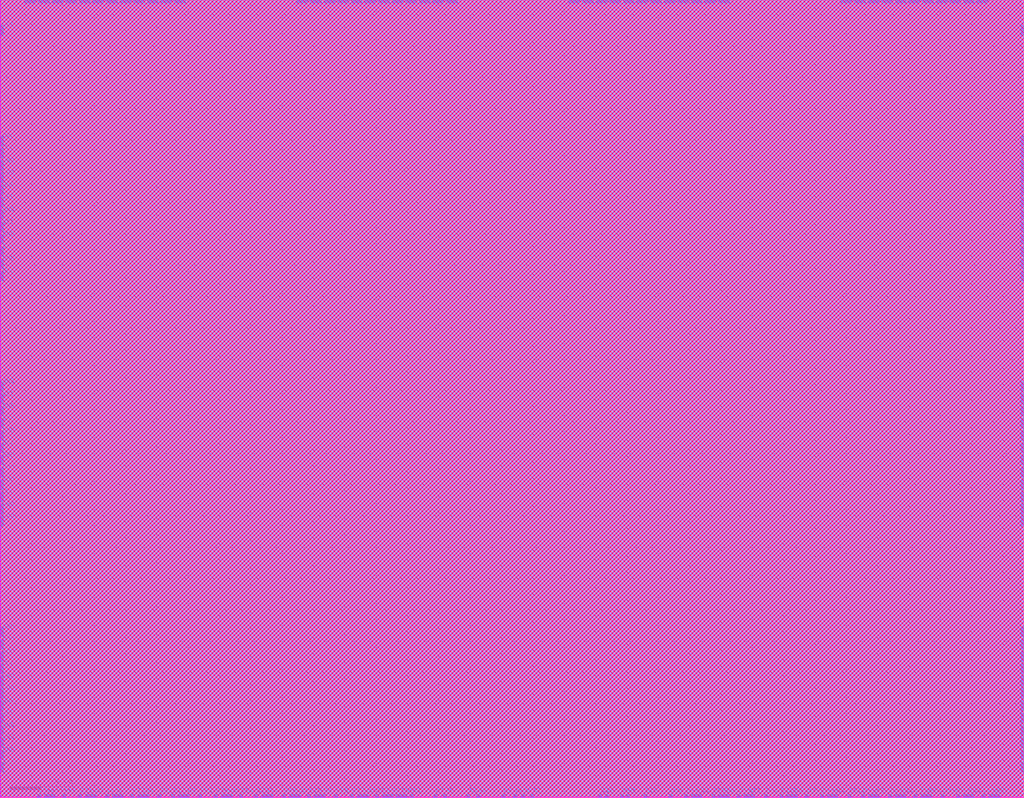
<source format=lef>
# 
#              Synchronous High Speed Single Port SRAM Compiler 
# 
#                    UMC 0.18um GenericII Logic Process
#    __________________________________________________________________________
# 
# 
#      (C) Copyright 2002-2009 Faraday Technology Corp. All Rights Reserved.
#    
#    This source code is an unpublished work belongs to Faraday Technology
#    Corp.  It is considered a trade secret and is not to be divulged or
#    used by parties who have not received written authorization from
#    Faraday Technology Corp.
#    
#    Faraday's home page can be found at:
#    http://www.faraday-tech.com/
#   
#       Module Name      : MEM_3
#       Words            : 384
#       Bits             : 16
#       Byte-Write       : 1
#       Aspect Ratio     : 1
#       Output Loading   : 0.05  (pf)
#       Data Slew        : 0.02  (ns)
#       CK Slew          : 0.02  (ns)
#       Power Ring Width : 2  (um)
# 
# -----------------------------------------------------------------------------
# 
#       Library          : FSA0M_A
#       Memaker          : 200901.2.1
#       Date             : 2024/10/13 13:36:50
# 
# -----------------------------------------------------------------------------


NAMESCASESENSITIVE ON ;
MACRO MEM_3
CLASS BLOCK ;
FOREIGN MEM_3 0.000 0.000 ;
ORIGIN 0.000 0.000 ;
SIZE 326.740 BY 254.800 ;
SYMMETRY x y r90 ;
SITE core ;
PIN VCC
  DIRECTION INOUT ;
  USE POWER ;
  SHAPE ABUTMENT ;
 PORT
  LAYER ME4 ;
  RECT 325.620 243.380 326.740 246.620 ;
  LAYER ME3 ;
  RECT 325.620 243.380 326.740 246.620 ;
  LAYER ME2 ;
  RECT 325.620 243.380 326.740 246.620 ;
  LAYER ME1 ;
  RECT 325.620 243.380 326.740 246.620 ;
 END
 PORT
  LAYER ME4 ;
  RECT 325.620 204.180 326.740 207.420 ;
  LAYER ME3 ;
  RECT 325.620 204.180 326.740 207.420 ;
  LAYER ME2 ;
  RECT 325.620 204.180 326.740 207.420 ;
  LAYER ME1 ;
  RECT 325.620 204.180 326.740 207.420 ;
 END
 PORT
  LAYER ME4 ;
  RECT 325.620 196.340 326.740 199.580 ;
  LAYER ME3 ;
  RECT 325.620 196.340 326.740 199.580 ;
  LAYER ME2 ;
  RECT 325.620 196.340 326.740 199.580 ;
  LAYER ME1 ;
  RECT 325.620 196.340 326.740 199.580 ;
 END
 PORT
  LAYER ME4 ;
  RECT 325.620 188.500 326.740 191.740 ;
  LAYER ME3 ;
  RECT 325.620 188.500 326.740 191.740 ;
  LAYER ME2 ;
  RECT 325.620 188.500 326.740 191.740 ;
  LAYER ME1 ;
  RECT 325.620 188.500 326.740 191.740 ;
 END
 PORT
  LAYER ME4 ;
  RECT 325.620 180.660 326.740 183.900 ;
  LAYER ME3 ;
  RECT 325.620 180.660 326.740 183.900 ;
  LAYER ME2 ;
  RECT 325.620 180.660 326.740 183.900 ;
  LAYER ME1 ;
  RECT 325.620 180.660 326.740 183.900 ;
 END
 PORT
  LAYER ME4 ;
  RECT 325.620 172.820 326.740 176.060 ;
  LAYER ME3 ;
  RECT 325.620 172.820 326.740 176.060 ;
  LAYER ME2 ;
  RECT 325.620 172.820 326.740 176.060 ;
  LAYER ME1 ;
  RECT 325.620 172.820 326.740 176.060 ;
 END
 PORT
  LAYER ME4 ;
  RECT 325.620 164.980 326.740 168.220 ;
  LAYER ME3 ;
  RECT 325.620 164.980 326.740 168.220 ;
  LAYER ME2 ;
  RECT 325.620 164.980 326.740 168.220 ;
  LAYER ME1 ;
  RECT 325.620 164.980 326.740 168.220 ;
 END
 PORT
  LAYER ME4 ;
  RECT 325.620 125.780 326.740 129.020 ;
  LAYER ME3 ;
  RECT 325.620 125.780 326.740 129.020 ;
  LAYER ME2 ;
  RECT 325.620 125.780 326.740 129.020 ;
  LAYER ME1 ;
  RECT 325.620 125.780 326.740 129.020 ;
 END
 PORT
  LAYER ME4 ;
  RECT 325.620 117.940 326.740 121.180 ;
  LAYER ME3 ;
  RECT 325.620 117.940 326.740 121.180 ;
  LAYER ME2 ;
  RECT 325.620 117.940 326.740 121.180 ;
  LAYER ME1 ;
  RECT 325.620 117.940 326.740 121.180 ;
 END
 PORT
  LAYER ME4 ;
  RECT 325.620 110.100 326.740 113.340 ;
  LAYER ME3 ;
  RECT 325.620 110.100 326.740 113.340 ;
  LAYER ME2 ;
  RECT 325.620 110.100 326.740 113.340 ;
  LAYER ME1 ;
  RECT 325.620 110.100 326.740 113.340 ;
 END
 PORT
  LAYER ME4 ;
  RECT 325.620 102.260 326.740 105.500 ;
  LAYER ME3 ;
  RECT 325.620 102.260 326.740 105.500 ;
  LAYER ME2 ;
  RECT 325.620 102.260 326.740 105.500 ;
  LAYER ME1 ;
  RECT 325.620 102.260 326.740 105.500 ;
 END
 PORT
  LAYER ME4 ;
  RECT 325.620 94.420 326.740 97.660 ;
  LAYER ME3 ;
  RECT 325.620 94.420 326.740 97.660 ;
  LAYER ME2 ;
  RECT 325.620 94.420 326.740 97.660 ;
  LAYER ME1 ;
  RECT 325.620 94.420 326.740 97.660 ;
 END
 PORT
  LAYER ME4 ;
  RECT 325.620 86.580 326.740 89.820 ;
  LAYER ME3 ;
  RECT 325.620 86.580 326.740 89.820 ;
  LAYER ME2 ;
  RECT 325.620 86.580 326.740 89.820 ;
  LAYER ME1 ;
  RECT 325.620 86.580 326.740 89.820 ;
 END
 PORT
  LAYER ME4 ;
  RECT 325.620 47.380 326.740 50.620 ;
  LAYER ME3 ;
  RECT 325.620 47.380 326.740 50.620 ;
  LAYER ME2 ;
  RECT 325.620 47.380 326.740 50.620 ;
  LAYER ME1 ;
  RECT 325.620 47.380 326.740 50.620 ;
 END
 PORT
  LAYER ME4 ;
  RECT 325.620 39.540 326.740 42.780 ;
  LAYER ME3 ;
  RECT 325.620 39.540 326.740 42.780 ;
  LAYER ME2 ;
  RECT 325.620 39.540 326.740 42.780 ;
  LAYER ME1 ;
  RECT 325.620 39.540 326.740 42.780 ;
 END
 PORT
  LAYER ME4 ;
  RECT 325.620 31.700 326.740 34.940 ;
  LAYER ME3 ;
  RECT 325.620 31.700 326.740 34.940 ;
  LAYER ME2 ;
  RECT 325.620 31.700 326.740 34.940 ;
  LAYER ME1 ;
  RECT 325.620 31.700 326.740 34.940 ;
 END
 PORT
  LAYER ME4 ;
  RECT 325.620 23.860 326.740 27.100 ;
  LAYER ME3 ;
  RECT 325.620 23.860 326.740 27.100 ;
  LAYER ME2 ;
  RECT 325.620 23.860 326.740 27.100 ;
  LAYER ME1 ;
  RECT 325.620 23.860 326.740 27.100 ;
 END
 PORT
  LAYER ME4 ;
  RECT 325.620 16.020 326.740 19.260 ;
  LAYER ME3 ;
  RECT 325.620 16.020 326.740 19.260 ;
  LAYER ME2 ;
  RECT 325.620 16.020 326.740 19.260 ;
  LAYER ME1 ;
  RECT 325.620 16.020 326.740 19.260 ;
 END
 PORT
  LAYER ME4 ;
  RECT 325.620 8.180 326.740 11.420 ;
  LAYER ME3 ;
  RECT 325.620 8.180 326.740 11.420 ;
  LAYER ME2 ;
  RECT 325.620 8.180 326.740 11.420 ;
  LAYER ME1 ;
  RECT 325.620 8.180 326.740 11.420 ;
 END
 PORT
  LAYER ME4 ;
  RECT 0.000 243.380 1.120 246.620 ;
  LAYER ME3 ;
  RECT 0.000 243.380 1.120 246.620 ;
  LAYER ME2 ;
  RECT 0.000 243.380 1.120 246.620 ;
  LAYER ME1 ;
  RECT 0.000 243.380 1.120 246.620 ;
 END
 PORT
  LAYER ME4 ;
  RECT 0.000 204.180 1.120 207.420 ;
  LAYER ME3 ;
  RECT 0.000 204.180 1.120 207.420 ;
  LAYER ME2 ;
  RECT 0.000 204.180 1.120 207.420 ;
  LAYER ME1 ;
  RECT 0.000 204.180 1.120 207.420 ;
 END
 PORT
  LAYER ME4 ;
  RECT 0.000 196.340 1.120 199.580 ;
  LAYER ME3 ;
  RECT 0.000 196.340 1.120 199.580 ;
  LAYER ME2 ;
  RECT 0.000 196.340 1.120 199.580 ;
  LAYER ME1 ;
  RECT 0.000 196.340 1.120 199.580 ;
 END
 PORT
  LAYER ME4 ;
  RECT 0.000 188.500 1.120 191.740 ;
  LAYER ME3 ;
  RECT 0.000 188.500 1.120 191.740 ;
  LAYER ME2 ;
  RECT 0.000 188.500 1.120 191.740 ;
  LAYER ME1 ;
  RECT 0.000 188.500 1.120 191.740 ;
 END
 PORT
  LAYER ME4 ;
  RECT 0.000 180.660 1.120 183.900 ;
  LAYER ME3 ;
  RECT 0.000 180.660 1.120 183.900 ;
  LAYER ME2 ;
  RECT 0.000 180.660 1.120 183.900 ;
  LAYER ME1 ;
  RECT 0.000 180.660 1.120 183.900 ;
 END
 PORT
  LAYER ME4 ;
  RECT 0.000 172.820 1.120 176.060 ;
  LAYER ME3 ;
  RECT 0.000 172.820 1.120 176.060 ;
  LAYER ME2 ;
  RECT 0.000 172.820 1.120 176.060 ;
  LAYER ME1 ;
  RECT 0.000 172.820 1.120 176.060 ;
 END
 PORT
  LAYER ME4 ;
  RECT 0.000 164.980 1.120 168.220 ;
  LAYER ME3 ;
  RECT 0.000 164.980 1.120 168.220 ;
  LAYER ME2 ;
  RECT 0.000 164.980 1.120 168.220 ;
  LAYER ME1 ;
  RECT 0.000 164.980 1.120 168.220 ;
 END
 PORT
  LAYER ME4 ;
  RECT 0.000 125.780 1.120 129.020 ;
  LAYER ME3 ;
  RECT 0.000 125.780 1.120 129.020 ;
  LAYER ME2 ;
  RECT 0.000 125.780 1.120 129.020 ;
  LAYER ME1 ;
  RECT 0.000 125.780 1.120 129.020 ;
 END
 PORT
  LAYER ME4 ;
  RECT 0.000 117.940 1.120 121.180 ;
  LAYER ME3 ;
  RECT 0.000 117.940 1.120 121.180 ;
  LAYER ME2 ;
  RECT 0.000 117.940 1.120 121.180 ;
  LAYER ME1 ;
  RECT 0.000 117.940 1.120 121.180 ;
 END
 PORT
  LAYER ME4 ;
  RECT 0.000 110.100 1.120 113.340 ;
  LAYER ME3 ;
  RECT 0.000 110.100 1.120 113.340 ;
  LAYER ME2 ;
  RECT 0.000 110.100 1.120 113.340 ;
  LAYER ME1 ;
  RECT 0.000 110.100 1.120 113.340 ;
 END
 PORT
  LAYER ME4 ;
  RECT 0.000 102.260 1.120 105.500 ;
  LAYER ME3 ;
  RECT 0.000 102.260 1.120 105.500 ;
  LAYER ME2 ;
  RECT 0.000 102.260 1.120 105.500 ;
  LAYER ME1 ;
  RECT 0.000 102.260 1.120 105.500 ;
 END
 PORT
  LAYER ME4 ;
  RECT 0.000 94.420 1.120 97.660 ;
  LAYER ME3 ;
  RECT 0.000 94.420 1.120 97.660 ;
  LAYER ME2 ;
  RECT 0.000 94.420 1.120 97.660 ;
  LAYER ME1 ;
  RECT 0.000 94.420 1.120 97.660 ;
 END
 PORT
  LAYER ME4 ;
  RECT 0.000 86.580 1.120 89.820 ;
  LAYER ME3 ;
  RECT 0.000 86.580 1.120 89.820 ;
  LAYER ME2 ;
  RECT 0.000 86.580 1.120 89.820 ;
  LAYER ME1 ;
  RECT 0.000 86.580 1.120 89.820 ;
 END
 PORT
  LAYER ME4 ;
  RECT 0.000 47.380 1.120 50.620 ;
  LAYER ME3 ;
  RECT 0.000 47.380 1.120 50.620 ;
  LAYER ME2 ;
  RECT 0.000 47.380 1.120 50.620 ;
  LAYER ME1 ;
  RECT 0.000 47.380 1.120 50.620 ;
 END
 PORT
  LAYER ME4 ;
  RECT 0.000 39.540 1.120 42.780 ;
  LAYER ME3 ;
  RECT 0.000 39.540 1.120 42.780 ;
  LAYER ME2 ;
  RECT 0.000 39.540 1.120 42.780 ;
  LAYER ME1 ;
  RECT 0.000 39.540 1.120 42.780 ;
 END
 PORT
  LAYER ME4 ;
  RECT 0.000 31.700 1.120 34.940 ;
  LAYER ME3 ;
  RECT 0.000 31.700 1.120 34.940 ;
  LAYER ME2 ;
  RECT 0.000 31.700 1.120 34.940 ;
  LAYER ME1 ;
  RECT 0.000 31.700 1.120 34.940 ;
 END
 PORT
  LAYER ME4 ;
  RECT 0.000 23.860 1.120 27.100 ;
  LAYER ME3 ;
  RECT 0.000 23.860 1.120 27.100 ;
  LAYER ME2 ;
  RECT 0.000 23.860 1.120 27.100 ;
  LAYER ME1 ;
  RECT 0.000 23.860 1.120 27.100 ;
 END
 PORT
  LAYER ME4 ;
  RECT 0.000 16.020 1.120 19.260 ;
  LAYER ME3 ;
  RECT 0.000 16.020 1.120 19.260 ;
  LAYER ME2 ;
  RECT 0.000 16.020 1.120 19.260 ;
  LAYER ME1 ;
  RECT 0.000 16.020 1.120 19.260 ;
 END
 PORT
  LAYER ME4 ;
  RECT 0.000 8.180 1.120 11.420 ;
  LAYER ME3 ;
  RECT 0.000 8.180 1.120 11.420 ;
  LAYER ME2 ;
  RECT 0.000 8.180 1.120 11.420 ;
  LAYER ME1 ;
  RECT 0.000 8.180 1.120 11.420 ;
 END
 PORT
  LAYER ME4 ;
  RECT 311.640 253.680 315.180 254.800 ;
  LAYER ME3 ;
  RECT 311.640 253.680 315.180 254.800 ;
  LAYER ME2 ;
  RECT 311.640 253.680 315.180 254.800 ;
  LAYER ME1 ;
  RECT 311.640 253.680 315.180 254.800 ;
 END
 PORT
  LAYER ME4 ;
  RECT 302.960 253.680 306.500 254.800 ;
  LAYER ME3 ;
  RECT 302.960 253.680 306.500 254.800 ;
  LAYER ME2 ;
  RECT 302.960 253.680 306.500 254.800 ;
  LAYER ME1 ;
  RECT 302.960 253.680 306.500 254.800 ;
 END
 PORT
  LAYER ME4 ;
  RECT 294.280 253.680 297.820 254.800 ;
  LAYER ME3 ;
  RECT 294.280 253.680 297.820 254.800 ;
  LAYER ME2 ;
  RECT 294.280 253.680 297.820 254.800 ;
  LAYER ME1 ;
  RECT 294.280 253.680 297.820 254.800 ;
 END
 PORT
  LAYER ME4 ;
  RECT 285.600 253.680 289.140 254.800 ;
  LAYER ME3 ;
  RECT 285.600 253.680 289.140 254.800 ;
  LAYER ME2 ;
  RECT 285.600 253.680 289.140 254.800 ;
  LAYER ME1 ;
  RECT 285.600 253.680 289.140 254.800 ;
 END
 PORT
  LAYER ME4 ;
  RECT 276.920 253.680 280.460 254.800 ;
  LAYER ME3 ;
  RECT 276.920 253.680 280.460 254.800 ;
  LAYER ME2 ;
  RECT 276.920 253.680 280.460 254.800 ;
  LAYER ME1 ;
  RECT 276.920 253.680 280.460 254.800 ;
 END
 PORT
  LAYER ME4 ;
  RECT 268.240 253.680 271.780 254.800 ;
  LAYER ME3 ;
  RECT 268.240 253.680 271.780 254.800 ;
  LAYER ME2 ;
  RECT 268.240 253.680 271.780 254.800 ;
  LAYER ME1 ;
  RECT 268.240 253.680 271.780 254.800 ;
 END
 PORT
  LAYER ME4 ;
  RECT 224.840 253.680 228.380 254.800 ;
  LAYER ME3 ;
  RECT 224.840 253.680 228.380 254.800 ;
  LAYER ME2 ;
  RECT 224.840 253.680 228.380 254.800 ;
  LAYER ME1 ;
  RECT 224.840 253.680 228.380 254.800 ;
 END
 PORT
  LAYER ME4 ;
  RECT 216.160 253.680 219.700 254.800 ;
  LAYER ME3 ;
  RECT 216.160 253.680 219.700 254.800 ;
  LAYER ME2 ;
  RECT 216.160 253.680 219.700 254.800 ;
  LAYER ME1 ;
  RECT 216.160 253.680 219.700 254.800 ;
 END
 PORT
  LAYER ME4 ;
  RECT 207.480 253.680 211.020 254.800 ;
  LAYER ME3 ;
  RECT 207.480 253.680 211.020 254.800 ;
  LAYER ME2 ;
  RECT 207.480 253.680 211.020 254.800 ;
  LAYER ME1 ;
  RECT 207.480 253.680 211.020 254.800 ;
 END
 PORT
  LAYER ME4 ;
  RECT 198.800 253.680 202.340 254.800 ;
  LAYER ME3 ;
  RECT 198.800 253.680 202.340 254.800 ;
  LAYER ME2 ;
  RECT 198.800 253.680 202.340 254.800 ;
  LAYER ME1 ;
  RECT 198.800 253.680 202.340 254.800 ;
 END
 PORT
  LAYER ME4 ;
  RECT 190.120 253.680 193.660 254.800 ;
  LAYER ME3 ;
  RECT 190.120 253.680 193.660 254.800 ;
  LAYER ME2 ;
  RECT 190.120 253.680 193.660 254.800 ;
  LAYER ME1 ;
  RECT 190.120 253.680 193.660 254.800 ;
 END
 PORT
  LAYER ME4 ;
  RECT 181.440 253.680 184.980 254.800 ;
  LAYER ME3 ;
  RECT 181.440 253.680 184.980 254.800 ;
  LAYER ME2 ;
  RECT 181.440 253.680 184.980 254.800 ;
  LAYER ME1 ;
  RECT 181.440 253.680 184.980 254.800 ;
 END
 PORT
  LAYER ME4 ;
  RECT 138.040 253.680 141.580 254.800 ;
  LAYER ME3 ;
  RECT 138.040 253.680 141.580 254.800 ;
  LAYER ME2 ;
  RECT 138.040 253.680 141.580 254.800 ;
  LAYER ME1 ;
  RECT 138.040 253.680 141.580 254.800 ;
 END
 PORT
  LAYER ME4 ;
  RECT 129.360 253.680 132.900 254.800 ;
  LAYER ME3 ;
  RECT 129.360 253.680 132.900 254.800 ;
  LAYER ME2 ;
  RECT 129.360 253.680 132.900 254.800 ;
  LAYER ME1 ;
  RECT 129.360 253.680 132.900 254.800 ;
 END
 PORT
  LAYER ME4 ;
  RECT 120.680 253.680 124.220 254.800 ;
  LAYER ME3 ;
  RECT 120.680 253.680 124.220 254.800 ;
  LAYER ME2 ;
  RECT 120.680 253.680 124.220 254.800 ;
  LAYER ME1 ;
  RECT 120.680 253.680 124.220 254.800 ;
 END
 PORT
  LAYER ME4 ;
  RECT 112.000 253.680 115.540 254.800 ;
  LAYER ME3 ;
  RECT 112.000 253.680 115.540 254.800 ;
  LAYER ME2 ;
  RECT 112.000 253.680 115.540 254.800 ;
  LAYER ME1 ;
  RECT 112.000 253.680 115.540 254.800 ;
 END
 PORT
  LAYER ME4 ;
  RECT 103.320 253.680 106.860 254.800 ;
  LAYER ME3 ;
  RECT 103.320 253.680 106.860 254.800 ;
  LAYER ME2 ;
  RECT 103.320 253.680 106.860 254.800 ;
  LAYER ME1 ;
  RECT 103.320 253.680 106.860 254.800 ;
 END
 PORT
  LAYER ME4 ;
  RECT 94.640 253.680 98.180 254.800 ;
  LAYER ME3 ;
  RECT 94.640 253.680 98.180 254.800 ;
  LAYER ME2 ;
  RECT 94.640 253.680 98.180 254.800 ;
  LAYER ME1 ;
  RECT 94.640 253.680 98.180 254.800 ;
 END
 PORT
  LAYER ME4 ;
  RECT 51.240 253.680 54.780 254.800 ;
  LAYER ME3 ;
  RECT 51.240 253.680 54.780 254.800 ;
  LAYER ME2 ;
  RECT 51.240 253.680 54.780 254.800 ;
  LAYER ME1 ;
  RECT 51.240 253.680 54.780 254.800 ;
 END
 PORT
  LAYER ME4 ;
  RECT 42.560 253.680 46.100 254.800 ;
  LAYER ME3 ;
  RECT 42.560 253.680 46.100 254.800 ;
  LAYER ME2 ;
  RECT 42.560 253.680 46.100 254.800 ;
  LAYER ME1 ;
  RECT 42.560 253.680 46.100 254.800 ;
 END
 PORT
  LAYER ME4 ;
  RECT 33.880 253.680 37.420 254.800 ;
  LAYER ME3 ;
  RECT 33.880 253.680 37.420 254.800 ;
  LAYER ME2 ;
  RECT 33.880 253.680 37.420 254.800 ;
  LAYER ME1 ;
  RECT 33.880 253.680 37.420 254.800 ;
 END
 PORT
  LAYER ME4 ;
  RECT 25.200 253.680 28.740 254.800 ;
  LAYER ME3 ;
  RECT 25.200 253.680 28.740 254.800 ;
  LAYER ME2 ;
  RECT 25.200 253.680 28.740 254.800 ;
  LAYER ME1 ;
  RECT 25.200 253.680 28.740 254.800 ;
 END
 PORT
  LAYER ME4 ;
  RECT 16.520 253.680 20.060 254.800 ;
  LAYER ME3 ;
  RECT 16.520 253.680 20.060 254.800 ;
  LAYER ME2 ;
  RECT 16.520 253.680 20.060 254.800 ;
  LAYER ME1 ;
  RECT 16.520 253.680 20.060 254.800 ;
 END
 PORT
  LAYER ME4 ;
  RECT 7.840 253.680 11.380 254.800 ;
  LAYER ME3 ;
  RECT 7.840 253.680 11.380 254.800 ;
  LAYER ME2 ;
  RECT 7.840 253.680 11.380 254.800 ;
  LAYER ME1 ;
  RECT 7.840 253.680 11.380 254.800 ;
 END
 PORT
  LAYER ME4 ;
  RECT 307.300 0.000 310.840 1.120 ;
  LAYER ME3 ;
  RECT 307.300 0.000 310.840 1.120 ;
  LAYER ME2 ;
  RECT 307.300 0.000 310.840 1.120 ;
  LAYER ME1 ;
  RECT 307.300 0.000 310.840 1.120 ;
 END
 PORT
  LAYER ME4 ;
  RECT 285.600 0.000 289.140 1.120 ;
  LAYER ME3 ;
  RECT 285.600 0.000 289.140 1.120 ;
  LAYER ME2 ;
  RECT 285.600 0.000 289.140 1.120 ;
  LAYER ME1 ;
  RECT 285.600 0.000 289.140 1.120 ;
 END
 PORT
  LAYER ME4 ;
  RECT 263.900 0.000 267.440 1.120 ;
  LAYER ME3 ;
  RECT 263.900 0.000 267.440 1.120 ;
  LAYER ME2 ;
  RECT 263.900 0.000 267.440 1.120 ;
  LAYER ME1 ;
  RECT 263.900 0.000 267.440 1.120 ;
 END
 PORT
  LAYER ME4 ;
  RECT 237.240 0.000 240.780 1.120 ;
  LAYER ME3 ;
  RECT 237.240 0.000 240.780 1.120 ;
  LAYER ME2 ;
  RECT 237.240 0.000 240.780 1.120 ;
  LAYER ME1 ;
  RECT 237.240 0.000 240.780 1.120 ;
 END
 PORT
  LAYER ME4 ;
  RECT 220.500 0.000 224.040 1.120 ;
  LAYER ME3 ;
  RECT 220.500 0.000 224.040 1.120 ;
  LAYER ME2 ;
  RECT 220.500 0.000 224.040 1.120 ;
  LAYER ME1 ;
  RECT 220.500 0.000 224.040 1.120 ;
 END
 PORT
  LAYER ME4 ;
  RECT 121.920 0.000 125.460 1.120 ;
  LAYER ME3 ;
  RECT 121.920 0.000 125.460 1.120 ;
  LAYER ME2 ;
  RECT 121.920 0.000 125.460 1.120 ;
  LAYER ME1 ;
  RECT 121.920 0.000 125.460 1.120 ;
 END
 PORT
  LAYER ME4 ;
  RECT 100.220 0.000 103.760 1.120 ;
  LAYER ME3 ;
  RECT 100.220 0.000 103.760 1.120 ;
  LAYER ME2 ;
  RECT 100.220 0.000 103.760 1.120 ;
  LAYER ME1 ;
  RECT 100.220 0.000 103.760 1.120 ;
 END
 PORT
  LAYER ME4 ;
  RECT 83.480 0.000 87.020 1.120 ;
  LAYER ME3 ;
  RECT 83.480 0.000 87.020 1.120 ;
  LAYER ME2 ;
  RECT 83.480 0.000 87.020 1.120 ;
  LAYER ME1 ;
  RECT 83.480 0.000 87.020 1.120 ;
 END
 PORT
  LAYER ME4 ;
  RECT 56.820 0.000 60.360 1.120 ;
  LAYER ME3 ;
  RECT 56.820 0.000 60.360 1.120 ;
  LAYER ME2 ;
  RECT 56.820 0.000 60.360 1.120 ;
  LAYER ME1 ;
  RECT 56.820 0.000 60.360 1.120 ;
 END
 PORT
  LAYER ME4 ;
  RECT 35.740 0.000 39.280 1.120 ;
  LAYER ME3 ;
  RECT 35.740 0.000 39.280 1.120 ;
  LAYER ME2 ;
  RECT 35.740 0.000 39.280 1.120 ;
  LAYER ME1 ;
  RECT 35.740 0.000 39.280 1.120 ;
 END
 PORT
  LAYER ME4 ;
  RECT 14.040 0.000 17.580 1.120 ;
  LAYER ME3 ;
  RECT 14.040 0.000 17.580 1.120 ;
  LAYER ME2 ;
  RECT 14.040 0.000 17.580 1.120 ;
  LAYER ME1 ;
  RECT 14.040 0.000 17.580 1.120 ;
 END
END VCC
PIN GND
  DIRECTION INOUT ;
  USE GROUND ;
  SHAPE ABUTMENT ;
 PORT
  LAYER ME4 ;
  RECT 325.620 208.100 326.740 211.340 ;
  LAYER ME3 ;
  RECT 325.620 208.100 326.740 211.340 ;
  LAYER ME2 ;
  RECT 325.620 208.100 326.740 211.340 ;
  LAYER ME1 ;
  RECT 325.620 208.100 326.740 211.340 ;
 END
 PORT
  LAYER ME4 ;
  RECT 325.620 200.260 326.740 203.500 ;
  LAYER ME3 ;
  RECT 325.620 200.260 326.740 203.500 ;
  LAYER ME2 ;
  RECT 325.620 200.260 326.740 203.500 ;
  LAYER ME1 ;
  RECT 325.620 200.260 326.740 203.500 ;
 END
 PORT
  LAYER ME4 ;
  RECT 325.620 192.420 326.740 195.660 ;
  LAYER ME3 ;
  RECT 325.620 192.420 326.740 195.660 ;
  LAYER ME2 ;
  RECT 325.620 192.420 326.740 195.660 ;
  LAYER ME1 ;
  RECT 325.620 192.420 326.740 195.660 ;
 END
 PORT
  LAYER ME4 ;
  RECT 325.620 184.580 326.740 187.820 ;
  LAYER ME3 ;
  RECT 325.620 184.580 326.740 187.820 ;
  LAYER ME2 ;
  RECT 325.620 184.580 326.740 187.820 ;
  LAYER ME1 ;
  RECT 325.620 184.580 326.740 187.820 ;
 END
 PORT
  LAYER ME4 ;
  RECT 325.620 176.740 326.740 179.980 ;
  LAYER ME3 ;
  RECT 325.620 176.740 326.740 179.980 ;
  LAYER ME2 ;
  RECT 325.620 176.740 326.740 179.980 ;
  LAYER ME1 ;
  RECT 325.620 176.740 326.740 179.980 ;
 END
 PORT
  LAYER ME4 ;
  RECT 325.620 168.900 326.740 172.140 ;
  LAYER ME3 ;
  RECT 325.620 168.900 326.740 172.140 ;
  LAYER ME2 ;
  RECT 325.620 168.900 326.740 172.140 ;
  LAYER ME1 ;
  RECT 325.620 168.900 326.740 172.140 ;
 END
 PORT
  LAYER ME4 ;
  RECT 325.620 129.700 326.740 132.940 ;
  LAYER ME3 ;
  RECT 325.620 129.700 326.740 132.940 ;
  LAYER ME2 ;
  RECT 325.620 129.700 326.740 132.940 ;
  LAYER ME1 ;
  RECT 325.620 129.700 326.740 132.940 ;
 END
 PORT
  LAYER ME4 ;
  RECT 325.620 121.860 326.740 125.100 ;
  LAYER ME3 ;
  RECT 325.620 121.860 326.740 125.100 ;
  LAYER ME2 ;
  RECT 325.620 121.860 326.740 125.100 ;
  LAYER ME1 ;
  RECT 325.620 121.860 326.740 125.100 ;
 END
 PORT
  LAYER ME4 ;
  RECT 325.620 114.020 326.740 117.260 ;
  LAYER ME3 ;
  RECT 325.620 114.020 326.740 117.260 ;
  LAYER ME2 ;
  RECT 325.620 114.020 326.740 117.260 ;
  LAYER ME1 ;
  RECT 325.620 114.020 326.740 117.260 ;
 END
 PORT
  LAYER ME4 ;
  RECT 325.620 106.180 326.740 109.420 ;
  LAYER ME3 ;
  RECT 325.620 106.180 326.740 109.420 ;
  LAYER ME2 ;
  RECT 325.620 106.180 326.740 109.420 ;
  LAYER ME1 ;
  RECT 325.620 106.180 326.740 109.420 ;
 END
 PORT
  LAYER ME4 ;
  RECT 325.620 98.340 326.740 101.580 ;
  LAYER ME3 ;
  RECT 325.620 98.340 326.740 101.580 ;
  LAYER ME2 ;
  RECT 325.620 98.340 326.740 101.580 ;
  LAYER ME1 ;
  RECT 325.620 98.340 326.740 101.580 ;
 END
 PORT
  LAYER ME4 ;
  RECT 325.620 90.500 326.740 93.740 ;
  LAYER ME3 ;
  RECT 325.620 90.500 326.740 93.740 ;
  LAYER ME2 ;
  RECT 325.620 90.500 326.740 93.740 ;
  LAYER ME1 ;
  RECT 325.620 90.500 326.740 93.740 ;
 END
 PORT
  LAYER ME4 ;
  RECT 325.620 51.300 326.740 54.540 ;
  LAYER ME3 ;
  RECT 325.620 51.300 326.740 54.540 ;
  LAYER ME2 ;
  RECT 325.620 51.300 326.740 54.540 ;
  LAYER ME1 ;
  RECT 325.620 51.300 326.740 54.540 ;
 END
 PORT
  LAYER ME4 ;
  RECT 325.620 43.460 326.740 46.700 ;
  LAYER ME3 ;
  RECT 325.620 43.460 326.740 46.700 ;
  LAYER ME2 ;
  RECT 325.620 43.460 326.740 46.700 ;
  LAYER ME1 ;
  RECT 325.620 43.460 326.740 46.700 ;
 END
 PORT
  LAYER ME4 ;
  RECT 325.620 35.620 326.740 38.860 ;
  LAYER ME3 ;
  RECT 325.620 35.620 326.740 38.860 ;
  LAYER ME2 ;
  RECT 325.620 35.620 326.740 38.860 ;
  LAYER ME1 ;
  RECT 325.620 35.620 326.740 38.860 ;
 END
 PORT
  LAYER ME4 ;
  RECT 325.620 27.780 326.740 31.020 ;
  LAYER ME3 ;
  RECT 325.620 27.780 326.740 31.020 ;
  LAYER ME2 ;
  RECT 325.620 27.780 326.740 31.020 ;
  LAYER ME1 ;
  RECT 325.620 27.780 326.740 31.020 ;
 END
 PORT
  LAYER ME4 ;
  RECT 325.620 19.940 326.740 23.180 ;
  LAYER ME3 ;
  RECT 325.620 19.940 326.740 23.180 ;
  LAYER ME2 ;
  RECT 325.620 19.940 326.740 23.180 ;
  LAYER ME1 ;
  RECT 325.620 19.940 326.740 23.180 ;
 END
 PORT
  LAYER ME4 ;
  RECT 325.620 12.100 326.740 15.340 ;
  LAYER ME3 ;
  RECT 325.620 12.100 326.740 15.340 ;
  LAYER ME2 ;
  RECT 325.620 12.100 326.740 15.340 ;
  LAYER ME1 ;
  RECT 325.620 12.100 326.740 15.340 ;
 END
 PORT
  LAYER ME4 ;
  RECT 0.000 208.100 1.120 211.340 ;
  LAYER ME3 ;
  RECT 0.000 208.100 1.120 211.340 ;
  LAYER ME2 ;
  RECT 0.000 208.100 1.120 211.340 ;
  LAYER ME1 ;
  RECT 0.000 208.100 1.120 211.340 ;
 END
 PORT
  LAYER ME4 ;
  RECT 0.000 200.260 1.120 203.500 ;
  LAYER ME3 ;
  RECT 0.000 200.260 1.120 203.500 ;
  LAYER ME2 ;
  RECT 0.000 200.260 1.120 203.500 ;
  LAYER ME1 ;
  RECT 0.000 200.260 1.120 203.500 ;
 END
 PORT
  LAYER ME4 ;
  RECT 0.000 192.420 1.120 195.660 ;
  LAYER ME3 ;
  RECT 0.000 192.420 1.120 195.660 ;
  LAYER ME2 ;
  RECT 0.000 192.420 1.120 195.660 ;
  LAYER ME1 ;
  RECT 0.000 192.420 1.120 195.660 ;
 END
 PORT
  LAYER ME4 ;
  RECT 0.000 184.580 1.120 187.820 ;
  LAYER ME3 ;
  RECT 0.000 184.580 1.120 187.820 ;
  LAYER ME2 ;
  RECT 0.000 184.580 1.120 187.820 ;
  LAYER ME1 ;
  RECT 0.000 184.580 1.120 187.820 ;
 END
 PORT
  LAYER ME4 ;
  RECT 0.000 176.740 1.120 179.980 ;
  LAYER ME3 ;
  RECT 0.000 176.740 1.120 179.980 ;
  LAYER ME2 ;
  RECT 0.000 176.740 1.120 179.980 ;
  LAYER ME1 ;
  RECT 0.000 176.740 1.120 179.980 ;
 END
 PORT
  LAYER ME4 ;
  RECT 0.000 168.900 1.120 172.140 ;
  LAYER ME3 ;
  RECT 0.000 168.900 1.120 172.140 ;
  LAYER ME2 ;
  RECT 0.000 168.900 1.120 172.140 ;
  LAYER ME1 ;
  RECT 0.000 168.900 1.120 172.140 ;
 END
 PORT
  LAYER ME4 ;
  RECT 0.000 129.700 1.120 132.940 ;
  LAYER ME3 ;
  RECT 0.000 129.700 1.120 132.940 ;
  LAYER ME2 ;
  RECT 0.000 129.700 1.120 132.940 ;
  LAYER ME1 ;
  RECT 0.000 129.700 1.120 132.940 ;
 END
 PORT
  LAYER ME4 ;
  RECT 0.000 121.860 1.120 125.100 ;
  LAYER ME3 ;
  RECT 0.000 121.860 1.120 125.100 ;
  LAYER ME2 ;
  RECT 0.000 121.860 1.120 125.100 ;
  LAYER ME1 ;
  RECT 0.000 121.860 1.120 125.100 ;
 END
 PORT
  LAYER ME4 ;
  RECT 0.000 114.020 1.120 117.260 ;
  LAYER ME3 ;
  RECT 0.000 114.020 1.120 117.260 ;
  LAYER ME2 ;
  RECT 0.000 114.020 1.120 117.260 ;
  LAYER ME1 ;
  RECT 0.000 114.020 1.120 117.260 ;
 END
 PORT
  LAYER ME4 ;
  RECT 0.000 106.180 1.120 109.420 ;
  LAYER ME3 ;
  RECT 0.000 106.180 1.120 109.420 ;
  LAYER ME2 ;
  RECT 0.000 106.180 1.120 109.420 ;
  LAYER ME1 ;
  RECT 0.000 106.180 1.120 109.420 ;
 END
 PORT
  LAYER ME4 ;
  RECT 0.000 98.340 1.120 101.580 ;
  LAYER ME3 ;
  RECT 0.000 98.340 1.120 101.580 ;
  LAYER ME2 ;
  RECT 0.000 98.340 1.120 101.580 ;
  LAYER ME1 ;
  RECT 0.000 98.340 1.120 101.580 ;
 END
 PORT
  LAYER ME4 ;
  RECT 0.000 90.500 1.120 93.740 ;
  LAYER ME3 ;
  RECT 0.000 90.500 1.120 93.740 ;
  LAYER ME2 ;
  RECT 0.000 90.500 1.120 93.740 ;
  LAYER ME1 ;
  RECT 0.000 90.500 1.120 93.740 ;
 END
 PORT
  LAYER ME4 ;
  RECT 0.000 51.300 1.120 54.540 ;
  LAYER ME3 ;
  RECT 0.000 51.300 1.120 54.540 ;
  LAYER ME2 ;
  RECT 0.000 51.300 1.120 54.540 ;
  LAYER ME1 ;
  RECT 0.000 51.300 1.120 54.540 ;
 END
 PORT
  LAYER ME4 ;
  RECT 0.000 43.460 1.120 46.700 ;
  LAYER ME3 ;
  RECT 0.000 43.460 1.120 46.700 ;
  LAYER ME2 ;
  RECT 0.000 43.460 1.120 46.700 ;
  LAYER ME1 ;
  RECT 0.000 43.460 1.120 46.700 ;
 END
 PORT
  LAYER ME4 ;
  RECT 0.000 35.620 1.120 38.860 ;
  LAYER ME3 ;
  RECT 0.000 35.620 1.120 38.860 ;
  LAYER ME2 ;
  RECT 0.000 35.620 1.120 38.860 ;
  LAYER ME1 ;
  RECT 0.000 35.620 1.120 38.860 ;
 END
 PORT
  LAYER ME4 ;
  RECT 0.000 27.780 1.120 31.020 ;
  LAYER ME3 ;
  RECT 0.000 27.780 1.120 31.020 ;
  LAYER ME2 ;
  RECT 0.000 27.780 1.120 31.020 ;
  LAYER ME1 ;
  RECT 0.000 27.780 1.120 31.020 ;
 END
 PORT
  LAYER ME4 ;
  RECT 0.000 19.940 1.120 23.180 ;
  LAYER ME3 ;
  RECT 0.000 19.940 1.120 23.180 ;
  LAYER ME2 ;
  RECT 0.000 19.940 1.120 23.180 ;
  LAYER ME1 ;
  RECT 0.000 19.940 1.120 23.180 ;
 END
 PORT
  LAYER ME4 ;
  RECT 0.000 12.100 1.120 15.340 ;
  LAYER ME3 ;
  RECT 0.000 12.100 1.120 15.340 ;
  LAYER ME2 ;
  RECT 0.000 12.100 1.120 15.340 ;
  LAYER ME1 ;
  RECT 0.000 12.100 1.120 15.340 ;
 END
 PORT
  LAYER ME4 ;
  RECT 307.300 253.680 310.840 254.800 ;
  LAYER ME3 ;
  RECT 307.300 253.680 310.840 254.800 ;
  LAYER ME2 ;
  RECT 307.300 253.680 310.840 254.800 ;
  LAYER ME1 ;
  RECT 307.300 253.680 310.840 254.800 ;
 END
 PORT
  LAYER ME4 ;
  RECT 298.620 253.680 302.160 254.800 ;
  LAYER ME3 ;
  RECT 298.620 253.680 302.160 254.800 ;
  LAYER ME2 ;
  RECT 298.620 253.680 302.160 254.800 ;
  LAYER ME1 ;
  RECT 298.620 253.680 302.160 254.800 ;
 END
 PORT
  LAYER ME4 ;
  RECT 289.940 253.680 293.480 254.800 ;
  LAYER ME3 ;
  RECT 289.940 253.680 293.480 254.800 ;
  LAYER ME2 ;
  RECT 289.940 253.680 293.480 254.800 ;
  LAYER ME1 ;
  RECT 289.940 253.680 293.480 254.800 ;
 END
 PORT
  LAYER ME4 ;
  RECT 281.260 253.680 284.800 254.800 ;
  LAYER ME3 ;
  RECT 281.260 253.680 284.800 254.800 ;
  LAYER ME2 ;
  RECT 281.260 253.680 284.800 254.800 ;
  LAYER ME1 ;
  RECT 281.260 253.680 284.800 254.800 ;
 END
 PORT
  LAYER ME4 ;
  RECT 272.580 253.680 276.120 254.800 ;
  LAYER ME3 ;
  RECT 272.580 253.680 276.120 254.800 ;
  LAYER ME2 ;
  RECT 272.580 253.680 276.120 254.800 ;
  LAYER ME1 ;
  RECT 272.580 253.680 276.120 254.800 ;
 END
 PORT
  LAYER ME4 ;
  RECT 229.180 253.680 232.720 254.800 ;
  LAYER ME3 ;
  RECT 229.180 253.680 232.720 254.800 ;
  LAYER ME2 ;
  RECT 229.180 253.680 232.720 254.800 ;
  LAYER ME1 ;
  RECT 229.180 253.680 232.720 254.800 ;
 END
 PORT
  LAYER ME4 ;
  RECT 220.500 253.680 224.040 254.800 ;
  LAYER ME3 ;
  RECT 220.500 253.680 224.040 254.800 ;
  LAYER ME2 ;
  RECT 220.500 253.680 224.040 254.800 ;
  LAYER ME1 ;
  RECT 220.500 253.680 224.040 254.800 ;
 END
 PORT
  LAYER ME4 ;
  RECT 211.820 253.680 215.360 254.800 ;
  LAYER ME3 ;
  RECT 211.820 253.680 215.360 254.800 ;
  LAYER ME2 ;
  RECT 211.820 253.680 215.360 254.800 ;
  LAYER ME1 ;
  RECT 211.820 253.680 215.360 254.800 ;
 END
 PORT
  LAYER ME4 ;
  RECT 203.140 253.680 206.680 254.800 ;
  LAYER ME3 ;
  RECT 203.140 253.680 206.680 254.800 ;
  LAYER ME2 ;
  RECT 203.140 253.680 206.680 254.800 ;
  LAYER ME1 ;
  RECT 203.140 253.680 206.680 254.800 ;
 END
 PORT
  LAYER ME4 ;
  RECT 194.460 253.680 198.000 254.800 ;
  LAYER ME3 ;
  RECT 194.460 253.680 198.000 254.800 ;
  LAYER ME2 ;
  RECT 194.460 253.680 198.000 254.800 ;
  LAYER ME1 ;
  RECT 194.460 253.680 198.000 254.800 ;
 END
 PORT
  LAYER ME4 ;
  RECT 185.780 253.680 189.320 254.800 ;
  LAYER ME3 ;
  RECT 185.780 253.680 189.320 254.800 ;
  LAYER ME2 ;
  RECT 185.780 253.680 189.320 254.800 ;
  LAYER ME1 ;
  RECT 185.780 253.680 189.320 254.800 ;
 END
 PORT
  LAYER ME4 ;
  RECT 142.380 253.680 145.920 254.800 ;
  LAYER ME3 ;
  RECT 142.380 253.680 145.920 254.800 ;
  LAYER ME2 ;
  RECT 142.380 253.680 145.920 254.800 ;
  LAYER ME1 ;
  RECT 142.380 253.680 145.920 254.800 ;
 END
 PORT
  LAYER ME4 ;
  RECT 133.700 253.680 137.240 254.800 ;
  LAYER ME3 ;
  RECT 133.700 253.680 137.240 254.800 ;
  LAYER ME2 ;
  RECT 133.700 253.680 137.240 254.800 ;
  LAYER ME1 ;
  RECT 133.700 253.680 137.240 254.800 ;
 END
 PORT
  LAYER ME4 ;
  RECT 125.020 253.680 128.560 254.800 ;
  LAYER ME3 ;
  RECT 125.020 253.680 128.560 254.800 ;
  LAYER ME2 ;
  RECT 125.020 253.680 128.560 254.800 ;
  LAYER ME1 ;
  RECT 125.020 253.680 128.560 254.800 ;
 END
 PORT
  LAYER ME4 ;
  RECT 116.340 253.680 119.880 254.800 ;
  LAYER ME3 ;
  RECT 116.340 253.680 119.880 254.800 ;
  LAYER ME2 ;
  RECT 116.340 253.680 119.880 254.800 ;
  LAYER ME1 ;
  RECT 116.340 253.680 119.880 254.800 ;
 END
 PORT
  LAYER ME4 ;
  RECT 107.660 253.680 111.200 254.800 ;
  LAYER ME3 ;
  RECT 107.660 253.680 111.200 254.800 ;
  LAYER ME2 ;
  RECT 107.660 253.680 111.200 254.800 ;
  LAYER ME1 ;
  RECT 107.660 253.680 111.200 254.800 ;
 END
 PORT
  LAYER ME4 ;
  RECT 98.980 253.680 102.520 254.800 ;
  LAYER ME3 ;
  RECT 98.980 253.680 102.520 254.800 ;
  LAYER ME2 ;
  RECT 98.980 253.680 102.520 254.800 ;
  LAYER ME1 ;
  RECT 98.980 253.680 102.520 254.800 ;
 END
 PORT
  LAYER ME4 ;
  RECT 55.580 253.680 59.120 254.800 ;
  LAYER ME3 ;
  RECT 55.580 253.680 59.120 254.800 ;
  LAYER ME2 ;
  RECT 55.580 253.680 59.120 254.800 ;
  LAYER ME1 ;
  RECT 55.580 253.680 59.120 254.800 ;
 END
 PORT
  LAYER ME4 ;
  RECT 46.900 253.680 50.440 254.800 ;
  LAYER ME3 ;
  RECT 46.900 253.680 50.440 254.800 ;
  LAYER ME2 ;
  RECT 46.900 253.680 50.440 254.800 ;
  LAYER ME1 ;
  RECT 46.900 253.680 50.440 254.800 ;
 END
 PORT
  LAYER ME4 ;
  RECT 38.220 253.680 41.760 254.800 ;
  LAYER ME3 ;
  RECT 38.220 253.680 41.760 254.800 ;
  LAYER ME2 ;
  RECT 38.220 253.680 41.760 254.800 ;
  LAYER ME1 ;
  RECT 38.220 253.680 41.760 254.800 ;
 END
 PORT
  LAYER ME4 ;
  RECT 29.540 253.680 33.080 254.800 ;
  LAYER ME3 ;
  RECT 29.540 253.680 33.080 254.800 ;
  LAYER ME2 ;
  RECT 29.540 253.680 33.080 254.800 ;
  LAYER ME1 ;
  RECT 29.540 253.680 33.080 254.800 ;
 END
 PORT
  LAYER ME4 ;
  RECT 20.860 253.680 24.400 254.800 ;
  LAYER ME3 ;
  RECT 20.860 253.680 24.400 254.800 ;
  LAYER ME2 ;
  RECT 20.860 253.680 24.400 254.800 ;
  LAYER ME1 ;
  RECT 20.860 253.680 24.400 254.800 ;
 END
 PORT
  LAYER ME4 ;
  RECT 12.180 253.680 15.720 254.800 ;
  LAYER ME3 ;
  RECT 12.180 253.680 15.720 254.800 ;
  LAYER ME2 ;
  RECT 12.180 253.680 15.720 254.800 ;
  LAYER ME1 ;
  RECT 12.180 253.680 15.720 254.800 ;
 END
 PORT
  LAYER ME4 ;
  RECT 315.360 0.000 318.900 1.120 ;
  LAYER ME3 ;
  RECT 315.360 0.000 318.900 1.120 ;
  LAYER ME2 ;
  RECT 315.360 0.000 318.900 1.120 ;
  LAYER ME1 ;
  RECT 315.360 0.000 318.900 1.120 ;
 END
 PORT
  LAYER ME4 ;
  RECT 293.660 0.000 297.200 1.120 ;
  LAYER ME3 ;
  RECT 293.660 0.000 297.200 1.120 ;
  LAYER ME2 ;
  RECT 293.660 0.000 297.200 1.120 ;
  LAYER ME1 ;
  RECT 293.660 0.000 297.200 1.120 ;
 END
 PORT
  LAYER ME4 ;
  RECT 276.920 0.000 280.460 1.120 ;
  LAYER ME3 ;
  RECT 276.920 0.000 280.460 1.120 ;
  LAYER ME2 ;
  RECT 276.920 0.000 280.460 1.120 ;
  LAYER ME1 ;
  RECT 276.920 0.000 280.460 1.120 ;
 END
 PORT
  LAYER ME4 ;
  RECT 250.880 0.000 254.420 1.120 ;
  LAYER ME3 ;
  RECT 250.880 0.000 254.420 1.120 ;
  LAYER ME2 ;
  RECT 250.880 0.000 254.420 1.120 ;
  LAYER ME1 ;
  RECT 250.880 0.000 254.420 1.120 ;
 END
 PORT
  LAYER ME4 ;
  RECT 229.180 0.000 232.720 1.120 ;
  LAYER ME3 ;
  RECT 229.180 0.000 232.720 1.120 ;
  LAYER ME2 ;
  RECT 229.180 0.000 232.720 1.120 ;
  LAYER ME1 ;
  RECT 229.180 0.000 232.720 1.120 ;
 END
 PORT
  LAYER ME4 ;
  RECT 126.260 0.000 129.800 1.120 ;
  LAYER ME3 ;
  RECT 126.260 0.000 129.800 1.120 ;
  LAYER ME2 ;
  RECT 126.260 0.000 129.800 1.120 ;
  LAYER ME1 ;
  RECT 126.260 0.000 129.800 1.120 ;
 END
 PORT
  LAYER ME4 ;
  RECT 113.860 0.000 117.400 1.120 ;
  LAYER ME3 ;
  RECT 113.860 0.000 117.400 1.120 ;
  LAYER ME2 ;
  RECT 113.860 0.000 117.400 1.120 ;
  LAYER ME1 ;
  RECT 113.860 0.000 117.400 1.120 ;
 END
 PORT
  LAYER ME4 ;
  RECT 92.160 0.000 95.700 1.120 ;
  LAYER ME3 ;
  RECT 92.160 0.000 95.700 1.120 ;
  LAYER ME2 ;
  RECT 92.160 0.000 95.700 1.120 ;
  LAYER ME1 ;
  RECT 92.160 0.000 95.700 1.120 ;
 END
 PORT
  LAYER ME4 ;
  RECT 70.460 0.000 74.000 1.120 ;
  LAYER ME3 ;
  RECT 70.460 0.000 74.000 1.120 ;
  LAYER ME2 ;
  RECT 70.460 0.000 74.000 1.120 ;
  LAYER ME1 ;
  RECT 70.460 0.000 74.000 1.120 ;
 END
 PORT
  LAYER ME4 ;
  RECT 43.800 0.000 47.340 1.120 ;
  LAYER ME3 ;
  RECT 43.800 0.000 47.340 1.120 ;
  LAYER ME2 ;
  RECT 43.800 0.000 47.340 1.120 ;
  LAYER ME1 ;
  RECT 43.800 0.000 47.340 1.120 ;
 END
 PORT
  LAYER ME4 ;
  RECT 27.060 0.000 30.600 1.120 ;
  LAYER ME3 ;
  RECT 27.060 0.000 30.600 1.120 ;
  LAYER ME2 ;
  RECT 27.060 0.000 30.600 1.120 ;
  LAYER ME1 ;
  RECT 27.060 0.000 30.600 1.120 ;
 END
END GND
PIN DO15
  DIRECTION OUTPUT ;
  CAPACITANCE 0.031 ;
 PORT
  LAYER ME4 ;
  RECT 313.160 0.000 314.280 1.120 ;
  LAYER ME3 ;
  RECT 313.160 0.000 314.280 1.120 ;
  LAYER ME2 ;
  RECT 313.160 0.000 314.280 1.120 ;
  LAYER ME1 ;
  RECT 313.160 0.000 314.280 1.120 ;
 END
END DO15
PIN DI15
  DIRECTION INPUT ;
  CAPACITANCE 0.012 ;
 PORT
  LAYER ME4 ;
  RECT 305.100 0.000 306.220 1.120 ;
  LAYER ME3 ;
  RECT 305.100 0.000 306.220 1.120 ;
  LAYER ME2 ;
  RECT 305.100 0.000 306.220 1.120 ;
  LAYER ME1 ;
  RECT 305.100 0.000 306.220 1.120 ;
 END
END DI15
PIN DO14
  DIRECTION OUTPUT ;
  CAPACITANCE 0.031 ;
 PORT
  LAYER ME4 ;
  RECT 300.140 0.000 301.260 1.120 ;
  LAYER ME3 ;
  RECT 300.140 0.000 301.260 1.120 ;
  LAYER ME2 ;
  RECT 300.140 0.000 301.260 1.120 ;
  LAYER ME1 ;
  RECT 300.140 0.000 301.260 1.120 ;
 END
END DO14
PIN DI14
  DIRECTION INPUT ;
  CAPACITANCE 0.012 ;
 PORT
  LAYER ME4 ;
  RECT 291.460 0.000 292.580 1.120 ;
  LAYER ME3 ;
  RECT 291.460 0.000 292.580 1.120 ;
  LAYER ME2 ;
  RECT 291.460 0.000 292.580 1.120 ;
  LAYER ME1 ;
  RECT 291.460 0.000 292.580 1.120 ;
 END
END DI14
PIN DO13
  DIRECTION OUTPUT ;
  CAPACITANCE 0.031 ;
 PORT
  LAYER ME4 ;
  RECT 283.400 0.000 284.520 1.120 ;
  LAYER ME3 ;
  RECT 283.400 0.000 284.520 1.120 ;
  LAYER ME2 ;
  RECT 283.400 0.000 284.520 1.120 ;
  LAYER ME1 ;
  RECT 283.400 0.000 284.520 1.120 ;
 END
END DO13
PIN DI13
  DIRECTION INPUT ;
  CAPACITANCE 0.012 ;
 PORT
  LAYER ME4 ;
  RECT 274.720 0.000 275.840 1.120 ;
  LAYER ME3 ;
  RECT 274.720 0.000 275.840 1.120 ;
  LAYER ME2 ;
  RECT 274.720 0.000 275.840 1.120 ;
  LAYER ME1 ;
  RECT 274.720 0.000 275.840 1.120 ;
 END
END DI13
PIN DO12
  DIRECTION OUTPUT ;
  CAPACITANCE 0.031 ;
 PORT
  LAYER ME4 ;
  RECT 270.380 0.000 271.500 1.120 ;
  LAYER ME3 ;
  RECT 270.380 0.000 271.500 1.120 ;
  LAYER ME2 ;
  RECT 270.380 0.000 271.500 1.120 ;
  LAYER ME1 ;
  RECT 270.380 0.000 271.500 1.120 ;
 END
END DO12
PIN DI12
  DIRECTION INPUT ;
  CAPACITANCE 0.012 ;
 PORT
  LAYER ME4 ;
  RECT 261.700 0.000 262.820 1.120 ;
  LAYER ME3 ;
  RECT 261.700 0.000 262.820 1.120 ;
  LAYER ME2 ;
  RECT 261.700 0.000 262.820 1.120 ;
  LAYER ME1 ;
  RECT 261.700 0.000 262.820 1.120 ;
 END
END DI12
PIN DO11
  DIRECTION OUTPUT ;
  CAPACITANCE 0.031 ;
 PORT
  LAYER ME4 ;
  RECT 256.740 0.000 257.860 1.120 ;
  LAYER ME3 ;
  RECT 256.740 0.000 257.860 1.120 ;
  LAYER ME2 ;
  RECT 256.740 0.000 257.860 1.120 ;
  LAYER ME1 ;
  RECT 256.740 0.000 257.860 1.120 ;
 END
END DO11
PIN DI11
  DIRECTION INPUT ;
  CAPACITANCE 0.012 ;
 PORT
  LAYER ME4 ;
  RECT 248.680 0.000 249.800 1.120 ;
  LAYER ME3 ;
  RECT 248.680 0.000 249.800 1.120 ;
  LAYER ME2 ;
  RECT 248.680 0.000 249.800 1.120 ;
  LAYER ME1 ;
  RECT 248.680 0.000 249.800 1.120 ;
 END
END DI11
PIN DO10
  DIRECTION OUTPUT ;
  CAPACITANCE 0.031 ;
 PORT
  LAYER ME4 ;
  RECT 243.720 0.000 244.840 1.120 ;
  LAYER ME3 ;
  RECT 243.720 0.000 244.840 1.120 ;
  LAYER ME2 ;
  RECT 243.720 0.000 244.840 1.120 ;
  LAYER ME1 ;
  RECT 243.720 0.000 244.840 1.120 ;
 END
END DO10
PIN DI10
  DIRECTION INPUT ;
  CAPACITANCE 0.012 ;
 PORT
  LAYER ME4 ;
  RECT 235.040 0.000 236.160 1.120 ;
  LAYER ME3 ;
  RECT 235.040 0.000 236.160 1.120 ;
  LAYER ME2 ;
  RECT 235.040 0.000 236.160 1.120 ;
  LAYER ME1 ;
  RECT 235.040 0.000 236.160 1.120 ;
 END
END DI10
PIN DO9
  DIRECTION OUTPUT ;
  CAPACITANCE 0.031 ;
 PORT
  LAYER ME4 ;
  RECT 226.980 0.000 228.100 1.120 ;
  LAYER ME3 ;
  RECT 226.980 0.000 228.100 1.120 ;
  LAYER ME2 ;
  RECT 226.980 0.000 228.100 1.120 ;
  LAYER ME1 ;
  RECT 226.980 0.000 228.100 1.120 ;
 END
END DO9
PIN DI9
  DIRECTION INPUT ;
  CAPACITANCE 0.012 ;
 PORT
  LAYER ME4 ;
  RECT 218.300 0.000 219.420 1.120 ;
  LAYER ME3 ;
  RECT 218.300 0.000 219.420 1.120 ;
  LAYER ME2 ;
  RECT 218.300 0.000 219.420 1.120 ;
  LAYER ME1 ;
  RECT 218.300 0.000 219.420 1.120 ;
 END
END DI9
PIN DO8
  DIRECTION OUTPUT ;
  CAPACITANCE 0.031 ;
 PORT
  LAYER ME4 ;
  RECT 213.340 0.000 214.460 1.120 ;
  LAYER ME3 ;
  RECT 213.340 0.000 214.460 1.120 ;
  LAYER ME2 ;
  RECT 213.340 0.000 214.460 1.120 ;
  LAYER ME1 ;
  RECT 213.340 0.000 214.460 1.120 ;
 END
END DO8
PIN DI8
  DIRECTION INPUT ;
  CAPACITANCE 0.012 ;
 PORT
  LAYER ME4 ;
  RECT 205.280 0.000 206.400 1.120 ;
  LAYER ME3 ;
  RECT 205.280 0.000 206.400 1.120 ;
  LAYER ME2 ;
  RECT 205.280 0.000 206.400 1.120 ;
  LAYER ME1 ;
  RECT 205.280 0.000 206.400 1.120 ;
 END
END DI8
PIN A1
  DIRECTION INPUT ;
  CAPACITANCE 0.027 ;
 PORT
  LAYER ME4 ;
  RECT 199.700 0.000 200.820 1.120 ;
  LAYER ME3 ;
  RECT 199.700 0.000 200.820 1.120 ;
  LAYER ME2 ;
  RECT 199.700 0.000 200.820 1.120 ;
  LAYER ME1 ;
  RECT 199.700 0.000 200.820 1.120 ;
 END
END A1
PIN WEB
  DIRECTION INPUT ;
  CAPACITANCE 0.011 ;
 PORT
  LAYER ME4 ;
  RECT 197.840 0.000 198.960 1.120 ;
  LAYER ME3 ;
  RECT 197.840 0.000 198.960 1.120 ;
  LAYER ME2 ;
  RECT 197.840 0.000 198.960 1.120 ;
  LAYER ME1 ;
  RECT 197.840 0.000 198.960 1.120 ;
 END
END WEB
PIN OE
  DIRECTION INPUT ;
  CAPACITANCE 0.033 ;
 PORT
  LAYER ME4 ;
  RECT 192.880 0.000 194.000 1.120 ;
  LAYER ME3 ;
  RECT 192.880 0.000 194.000 1.120 ;
  LAYER ME2 ;
  RECT 192.880 0.000 194.000 1.120 ;
  LAYER ME1 ;
  RECT 192.880 0.000 194.000 1.120 ;
 END
END OE
PIN CS
  DIRECTION INPUT ;
  CAPACITANCE 0.123 ;
 PORT
  LAYER ME4 ;
  RECT 191.020 0.000 192.140 1.120 ;
  LAYER ME3 ;
  RECT 191.020 0.000 192.140 1.120 ;
  LAYER ME2 ;
  RECT 191.020 0.000 192.140 1.120 ;
  LAYER ME1 ;
  RECT 191.020 0.000 192.140 1.120 ;
 END
END CS
PIN A2
  DIRECTION INPUT ;
  CAPACITANCE 0.027 ;
 PORT
  LAYER ME4 ;
  RECT 169.320 0.000 170.440 1.120 ;
  LAYER ME3 ;
  RECT 169.320 0.000 170.440 1.120 ;
  LAYER ME2 ;
  RECT 169.320 0.000 170.440 1.120 ;
  LAYER ME1 ;
  RECT 169.320 0.000 170.440 1.120 ;
 END
END A2
PIN CK
  DIRECTION INPUT ;
  CAPACITANCE 0.063 ;
 PORT
  LAYER ME4 ;
  RECT 166.220 0.000 167.340 1.120 ;
  LAYER ME3 ;
  RECT 166.220 0.000 167.340 1.120 ;
  LAYER ME2 ;
  RECT 166.220 0.000 167.340 1.120 ;
  LAYER ME1 ;
  RECT 166.220 0.000 167.340 1.120 ;
 END
END CK
PIN A0
  DIRECTION INPUT ;
  CAPACITANCE 0.027 ;
 PORT
  LAYER ME4 ;
  RECT 163.740 0.000 164.860 1.120 ;
  LAYER ME3 ;
  RECT 163.740 0.000 164.860 1.120 ;
  LAYER ME2 ;
  RECT 163.740 0.000 164.860 1.120 ;
  LAYER ME1 ;
  RECT 163.740 0.000 164.860 1.120 ;
 END
END A0
PIN A3
  DIRECTION INPUT ;
  CAPACITANCE 0.027 ;
 PORT
  LAYER ME4 ;
  RECT 160.020 0.000 161.140 1.120 ;
  LAYER ME3 ;
  RECT 160.020 0.000 161.140 1.120 ;
  LAYER ME2 ;
  RECT 160.020 0.000 161.140 1.120 ;
  LAYER ME1 ;
  RECT 160.020 0.000 161.140 1.120 ;
 END
END A3
PIN A4
  DIRECTION INPUT ;
  CAPACITANCE 0.027 ;
 PORT
  LAYER ME4 ;
  RECT 151.960 0.000 153.080 1.120 ;
  LAYER ME3 ;
  RECT 151.960 0.000 153.080 1.120 ;
  LAYER ME2 ;
  RECT 151.960 0.000 153.080 1.120 ;
  LAYER ME1 ;
  RECT 151.960 0.000 153.080 1.120 ;
 END
END A4
PIN A5
  DIRECTION INPUT ;
  CAPACITANCE 0.027 ;
 PORT
  LAYER ME4 ;
  RECT 148.860 0.000 149.980 1.120 ;
  LAYER ME3 ;
  RECT 148.860 0.000 149.980 1.120 ;
  LAYER ME2 ;
  RECT 148.860 0.000 149.980 1.120 ;
  LAYER ME1 ;
  RECT 148.860 0.000 149.980 1.120 ;
 END
END A5
PIN A6
  DIRECTION INPUT ;
  CAPACITANCE 0.027 ;
 PORT
  LAYER ME4 ;
  RECT 141.420 0.000 142.540 1.120 ;
  LAYER ME3 ;
  RECT 141.420 0.000 142.540 1.120 ;
  LAYER ME2 ;
  RECT 141.420 0.000 142.540 1.120 ;
  LAYER ME1 ;
  RECT 141.420 0.000 142.540 1.120 ;
 END
END A6
PIN A7
  DIRECTION INPUT ;
  CAPACITANCE 0.027 ;
 PORT
  LAYER ME4 ;
  RECT 138.320 0.000 139.440 1.120 ;
  LAYER ME3 ;
  RECT 138.320 0.000 139.440 1.120 ;
  LAYER ME2 ;
  RECT 138.320 0.000 139.440 1.120 ;
  LAYER ME1 ;
  RECT 138.320 0.000 139.440 1.120 ;
 END
END A7
PIN A8
  DIRECTION INPUT ;
  CAPACITANCE 0.027 ;
 PORT
  LAYER ME4 ;
  RECT 130.880 0.000 132.000 1.120 ;
  LAYER ME3 ;
  RECT 130.880 0.000 132.000 1.120 ;
  LAYER ME2 ;
  RECT 130.880 0.000 132.000 1.120 ;
  LAYER ME1 ;
  RECT 130.880 0.000 132.000 1.120 ;
 END
END A8
PIN DO7
  DIRECTION OUTPUT ;
  CAPACITANCE 0.031 ;
 PORT
  LAYER ME4 ;
  RECT 119.720 0.000 120.840 1.120 ;
  LAYER ME3 ;
  RECT 119.720 0.000 120.840 1.120 ;
  LAYER ME2 ;
  RECT 119.720 0.000 120.840 1.120 ;
  LAYER ME1 ;
  RECT 119.720 0.000 120.840 1.120 ;
 END
END DO7
PIN DI7
  DIRECTION INPUT ;
  CAPACITANCE 0.012 ;
 PORT
  LAYER ME4 ;
  RECT 111.660 0.000 112.780 1.120 ;
  LAYER ME3 ;
  RECT 111.660 0.000 112.780 1.120 ;
  LAYER ME2 ;
  RECT 111.660 0.000 112.780 1.120 ;
  LAYER ME1 ;
  RECT 111.660 0.000 112.780 1.120 ;
 END
END DI7
PIN DO6
  DIRECTION OUTPUT ;
  CAPACITANCE 0.031 ;
 PORT
  LAYER ME4 ;
  RECT 106.700 0.000 107.820 1.120 ;
  LAYER ME3 ;
  RECT 106.700 0.000 107.820 1.120 ;
  LAYER ME2 ;
  RECT 106.700 0.000 107.820 1.120 ;
  LAYER ME1 ;
  RECT 106.700 0.000 107.820 1.120 ;
 END
END DO6
PIN DI6
  DIRECTION INPUT ;
  CAPACITANCE 0.012 ;
 PORT
  LAYER ME4 ;
  RECT 98.020 0.000 99.140 1.120 ;
  LAYER ME3 ;
  RECT 98.020 0.000 99.140 1.120 ;
  LAYER ME2 ;
  RECT 98.020 0.000 99.140 1.120 ;
  LAYER ME1 ;
  RECT 98.020 0.000 99.140 1.120 ;
 END
END DI6
PIN DO5
  DIRECTION OUTPUT ;
  CAPACITANCE 0.031 ;
 PORT
  LAYER ME4 ;
  RECT 89.960 0.000 91.080 1.120 ;
  LAYER ME3 ;
  RECT 89.960 0.000 91.080 1.120 ;
  LAYER ME2 ;
  RECT 89.960 0.000 91.080 1.120 ;
  LAYER ME1 ;
  RECT 89.960 0.000 91.080 1.120 ;
 END
END DO5
PIN DI5
  DIRECTION INPUT ;
  CAPACITANCE 0.012 ;
 PORT
  LAYER ME4 ;
  RECT 81.280 0.000 82.400 1.120 ;
  LAYER ME3 ;
  RECT 81.280 0.000 82.400 1.120 ;
  LAYER ME2 ;
  RECT 81.280 0.000 82.400 1.120 ;
  LAYER ME1 ;
  RECT 81.280 0.000 82.400 1.120 ;
 END
END DI5
PIN DO4
  DIRECTION OUTPUT ;
  CAPACITANCE 0.031 ;
 PORT
  LAYER ME4 ;
  RECT 76.320 0.000 77.440 1.120 ;
  LAYER ME3 ;
  RECT 76.320 0.000 77.440 1.120 ;
  LAYER ME2 ;
  RECT 76.320 0.000 77.440 1.120 ;
  LAYER ME1 ;
  RECT 76.320 0.000 77.440 1.120 ;
 END
END DO4
PIN DI4
  DIRECTION INPUT ;
  CAPACITANCE 0.012 ;
 PORT
  LAYER ME4 ;
  RECT 68.260 0.000 69.380 1.120 ;
  LAYER ME3 ;
  RECT 68.260 0.000 69.380 1.120 ;
  LAYER ME2 ;
  RECT 68.260 0.000 69.380 1.120 ;
  LAYER ME1 ;
  RECT 68.260 0.000 69.380 1.120 ;
 END
END DI4
PIN DO3
  DIRECTION OUTPUT ;
  CAPACITANCE 0.031 ;
 PORT
  LAYER ME4 ;
  RECT 63.300 0.000 64.420 1.120 ;
  LAYER ME3 ;
  RECT 63.300 0.000 64.420 1.120 ;
  LAYER ME2 ;
  RECT 63.300 0.000 64.420 1.120 ;
  LAYER ME1 ;
  RECT 63.300 0.000 64.420 1.120 ;
 END
END DO3
PIN DI3
  DIRECTION INPUT ;
  CAPACITANCE 0.012 ;
 PORT
  LAYER ME4 ;
  RECT 54.620 0.000 55.740 1.120 ;
  LAYER ME3 ;
  RECT 54.620 0.000 55.740 1.120 ;
  LAYER ME2 ;
  RECT 54.620 0.000 55.740 1.120 ;
  LAYER ME1 ;
  RECT 54.620 0.000 55.740 1.120 ;
 END
END DI3
PIN DO2
  DIRECTION OUTPUT ;
  CAPACITANCE 0.031 ;
 PORT
  LAYER ME4 ;
  RECT 50.280 0.000 51.400 1.120 ;
  LAYER ME3 ;
  RECT 50.280 0.000 51.400 1.120 ;
  LAYER ME2 ;
  RECT 50.280 0.000 51.400 1.120 ;
  LAYER ME1 ;
  RECT 50.280 0.000 51.400 1.120 ;
 END
END DO2
PIN DI2
  DIRECTION INPUT ;
  CAPACITANCE 0.012 ;
 PORT
  LAYER ME4 ;
  RECT 41.600 0.000 42.720 1.120 ;
  LAYER ME3 ;
  RECT 41.600 0.000 42.720 1.120 ;
  LAYER ME2 ;
  RECT 41.600 0.000 42.720 1.120 ;
  LAYER ME1 ;
  RECT 41.600 0.000 42.720 1.120 ;
 END
END DI2
PIN DO1
  DIRECTION OUTPUT ;
  CAPACITANCE 0.031 ;
 PORT
  LAYER ME4 ;
  RECT 33.540 0.000 34.660 1.120 ;
  LAYER ME3 ;
  RECT 33.540 0.000 34.660 1.120 ;
  LAYER ME2 ;
  RECT 33.540 0.000 34.660 1.120 ;
  LAYER ME1 ;
  RECT 33.540 0.000 34.660 1.120 ;
 END
END DO1
PIN DI1
  DIRECTION INPUT ;
  CAPACITANCE 0.012 ;
 PORT
  LAYER ME4 ;
  RECT 24.860 0.000 25.980 1.120 ;
  LAYER ME3 ;
  RECT 24.860 0.000 25.980 1.120 ;
  LAYER ME2 ;
  RECT 24.860 0.000 25.980 1.120 ;
  LAYER ME1 ;
  RECT 24.860 0.000 25.980 1.120 ;
 END
END DI1
PIN DO0
  DIRECTION OUTPUT ;
  CAPACITANCE 0.031 ;
 PORT
  LAYER ME4 ;
  RECT 19.900 0.000 21.020 1.120 ;
  LAYER ME3 ;
  RECT 19.900 0.000 21.020 1.120 ;
  LAYER ME2 ;
  RECT 19.900 0.000 21.020 1.120 ;
  LAYER ME1 ;
  RECT 19.900 0.000 21.020 1.120 ;
 END
END DO0
PIN DI0
  DIRECTION INPUT ;
  CAPACITANCE 0.012 ;
 PORT
  LAYER ME4 ;
  RECT 11.840 0.000 12.960 1.120 ;
  LAYER ME3 ;
  RECT 11.840 0.000 12.960 1.120 ;
  LAYER ME2 ;
  RECT 11.840 0.000 12.960 1.120 ;
  LAYER ME1 ;
  RECT 11.840 0.000 12.960 1.120 ;
 END
END DI0
OBS
  LAYER ME1 SPACING 0.280 ;
  RECT 0.000 0.140 326.740 254.800 ;
  LAYER ME2 SPACING 0.320 ;
  RECT 0.000 0.140 326.740 254.800 ;
  LAYER ME3 SPACING 0.320 ;
  RECT 0.000 0.140 326.740 254.800 ;
  LAYER ME4 SPACING 0.600 ;
  RECT 0.000 0.140 326.740 254.800 ;
  LAYER VI1 ;
  RECT 0.000 0.140 326.740 254.800 ;
  LAYER VI2 ;
  RECT 0.000 0.140 326.740 254.800 ;
  LAYER VI3 ;
  RECT 0.000 0.140 326.740 254.800 ;
END
END MEM_3
END LIBRARY




</source>
